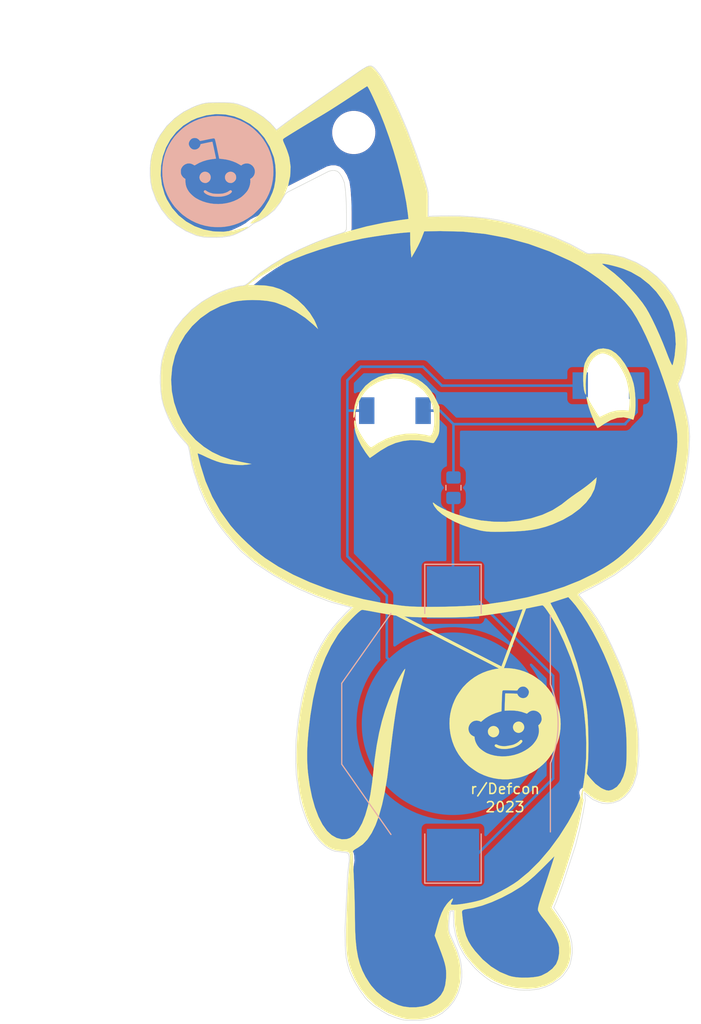
<source format=kicad_pcb>
(kicad_pcb (version 20211014) (generator pcbnew)
  (layers (0 "F.Cu" signal) (31 "B.Cu" signal) (34 "B.Paste" user) (35 "F.Paste" user) (36 "B.SilkS" user "B.Silkscreen") (37 "F.SilkS" user "F.Silkscreen") (38 "B.Mask" user) (39 "F.Mask" user) (44 "Edge.Cuts" user))
  (net 0 "")
  (net 1 "Net-(BT1-Pad2)")
  (net 2 "Net-(BT1-Pad1)")
  (net 3 "Net-(D1-Pad2)")
  (footprint "reddit:reddit_silkscreen" (layer "F.Cu") (at 143.51 100.2665)
    (fp_text reference "G***" hide)
    (fp_text value "LOGO" hide)
  )
  (footprint "MountingHole:MountingHole_3.2mm_M3_ISO14580" (layer "F.Cu") (at 135.1026 59.182)
    (fp_text reference "REF**" hide)
    (fp_text value "MountingHole_3.2mm_M3_ISO14580" hide)
  )
  (footprint "reddit:reddit_logo_silkscreen" (layer "F.Cu") (at 149.86 116.84 10)
    (fp_text reference "G***" hide)
    (fp_text value "LOGO" hide)
  )
  (footprint "Battery:BatteryHolder_Keystone_3002_1x2032" (layer "B.Cu") (at 144.78 116.84 90)
    (fp_text reference "BT1" hide)
    (fp_text value "Battery_Cell")
  )
  (footprint "reddit:LED_PLCC-2_Reverse-Mount" (layer "B.Cu") (at 139.1172 86.3092)
    (fp_text reference "D2" hide)
    (fp_text value "LED")
  )
  (footprint "reddit:LED_PLCC-2_Reverse-Mount" (layer "B.Cu") (at 159.9424 83.8708)
    (fp_text reference "D1" hide)
    (fp_text value "LED")
  )
  (footprint "Resistor_SMD:R_0805_2012Metric_Pad1.20x1.40mm_HandSolder" (layer "B.Cu") (at 144.825 93.825 90)
    (fp_text reference "R1" hide)
    (fp_text value "R")
  )
  (footprint "reddit:reddit_logo_silkscreen" (layer "B.Cu") (at 121.8438 62.992 180)
    (fp_text reference "G***" hide)
    (fp_text value "LOGO" hide)
  )
  (gr_line (start 139.1158 106.0704) (end 149.5806 111.4552) (layer "F.SilkS") (width 0.3))
  (gr_line (start 149.606 111.4044) (end 151.892 105.2322) (layer "F.SilkS") (width 0.3))
  (gr_line (start 157.607 123.571) (end 157.6578 123.7488) (layer "Edge.Cuts") (width 0.05))
  (gr_line (start 145.034 137.4648) (end 145.3134 138.3538) (layer "Edge.Cuts") (width 0.05))
  (gr_line (start 136.7028 52.6796) (end 136.5504 52.705) (layer "Edge.Cuts") (width 0.05))
  (gr_line (start 128.4224 65.2018) (end 128.6002 65.024) (layer "Edge.Cuts") (width 0.05))
  (gr_line (start 134.366 68.6562) (end 134.3914 68.4784) (layer "Edge.Cuts") (width 0.05))
  (gr_line (start 134.2644 68.834) (end 134.0866 68.9356) (layer "Edge.Cuts") (width 0.05))
  (gr_line (start 141.224 61.341) (end 140.9192 60.5282) (layer "Edge.Cuts") (width 0.05))
  (gr_line (start 144.5514 144.2974) (end 144.2974 144.5768) (layer "Edge.Cuts") (width 0.05))
  (gr_line (start 120.3198 56.388) (end 120.6754 56.3118) (layer "Edge.Cuts") (width 0.05))
  (gr_line (start 144.2974 144.5768) (end 144.0688 144.78) (layer "Edge.Cuts") (width 0.05))
  (gr_line (start 128.3716 58.3184) (end 128.7526 58.039) (layer "Edge.Cuts") (width 0.05))
  (gr_line (start 130.3528 103.9622) (end 129.794 103.7336) (layer "Edge.Cuts") (width 0.05))
  (gr_line (start 129.8956 124.4854) (end 129.794 123.825) (layer "Edge.Cuts") (width 0.05))
  (gr_line (start 144.3736 136.5504) (end 144.399 136.0932) (layer "Edge.Cuts") (width 0.05))
  (gr_line (start 130.0226 114.3762) (end 130.3274 113.1824) (layer "Edge.Cuts") (width 0.05))
  (gr_line (start 134.62 129.6416) (end 134.5692 129.5146) (layer "Edge.Cuts") (width 0.05))
  (gr_line (start 144.7546 144.0434) (end 144.5514 144.2974) (layer "Edge.Cuts") (width 0.05))
  (gr_line (start 163.703 72.4662) (end 164.6682 73.2282) (layer "Edge.Cuts") (width 0.05))
  (gr_line (start 117.221 67.7164) (end 117.0178 67.5386) (layer "Edge.Cuts") (width 0.05))
  (gr_line (start 162.7378 121.7676) (end 162.4838 122.5042) (layer "Edge.Cuts") (width 0.05))
  (gr_line (start 115.5192 61.0108) (end 115.7478 60.325) (layer "Edge.Cuts") (width 0.05))
  (gr_line (start 142.2908 64.6684) (end 142.1892 64.3636) (layer "Edge.Cuts") (width 0.05))
  (gr_line (start 160.401 124.5616) (end 159.8422 124.6378) (layer "Edge.Cuts") (width 0.05))
  (gr_line (start 136.4996 143.8656) (end 136.1948 143.5354) (layer "Edge.Cuts") (width 0.05))
  (gr_line (start 120.7262 75.438) (end 121.3866 75.057) (layer "Edge.Cuts") (width 0.05))
  (gr_line (start 137.8712 144.8816) (end 137.4648 144.6022) (layer "Edge.Cuts") (width 0.05))
  (gr_line (start 121.666 56.261) (end 122.555 56.261) (layer "Edge.Cuts") (width 0.05))
  (gr_line (start 154.6098 134.7724) (end 155.4226 135.9916) (layer "Edge.Cuts") (width 0.05))
  (gr_line (start 166.2176 96.139) (end 165.5826 97.3582) (layer "Edge.Cuts") (width 0.05))
  (gr_line (start 128.4732 71.2724) (end 129.5146 70.739) (layer "Edge.Cuts") (width 0.05))
  (gr_line (start 124.8918 100.6856) (end 124.1552 100.076) (layer "Edge.Cuts") (width 0.05))
  (gr_line (start 118.4148 77.3684) (end 118.872 76.9112) (layer "Edge.Cuts") (width 0.05))
  (gr_line (start 129.7178 57.3532) (end 130.3782 56.896) (layer "Edge.Cuts") (width 0.05))
  (gr_line (start 129.794 115.7224) (end 130.0226 114.3762) (layer "Edge.Cuts") (width 0.05))
  (gr_line (start 140.335 145.7706) (end 139.9032 145.7198) (layer "Edge.Cuts") (width 0.05))
  (gr_line (start 119.7102 92.8878) (end 119.5324 92.3798) (layer "Edge.Cuts") (width 0.05))
  (gr_line (start 121.9708 74.7776) (end 122.682 74.4982) (layer "Edge.Cuts") (width 0.05))
  (gr_line (start 144.399 136.0932) (end 144.4752 135.4836) (layer "Edge.Cuts") (width 0.05))
  (gr_line (start 136.7536 144.0942) (end 136.4996 143.8656) (layer "Edge.Cuts") (width 0.05))
  (gr_line (start 120.6754 56.3118) (end 120.9294 56.2864) (layer "Edge.Cuts") (width 0.05))
  (gr_line (start 134.5692 129.5146) (end 134.493 129.4384) (layer "Edge.Cuts") (width 0.05))
  (gr_line (start 155.194 141.7066) (end 154.813 141.9606) (layer "Edge.Cuts") (width 0.05))
  (gr_line (start 119.8372 56.5404) (end 120.3198 56.388) (layer "Edge.Cuts") (width 0.05))
  (gr_line (start 162.7378 100.6348) (end 161.8742 101.3714) (layer "Edge.Cuts") (width 0.05))
  (gr_line (start 147.4216 67.4624) (end 146.177 67.3608) (layer "Edge.Cuts") (width 0.05))
  (gr_line (start 167.4368 81.788) (end 167.259 82.5246) (layer "Edge.Cuts") (width 0.05))
  (gr_line (start 132.9182 69.3166) (end 133.604 69.088) (layer "Edge.Cuts") (width 0.05))
  (gr_line (start 125.5522 67.945) (end 125.9586 67.7672) (layer "Edge.Cuts") (width 0.05))
  (gr_line (start 166.8018 76.0984) (end 167.259 77.2668) (layer "Edge.Cuts") (width 0.05))
  (gr_line (start 167.386 93.1164) (end 166.751 95.123) (layer "Edge.Cuts") (width 0.05))
  (gr_line (start 157.6578 123.7488) (end 157.6832 124.333) (layer "Edge.Cuts") (width 0.05))
  (gr_line (start 156.4132 139.2174) (end 156.337 139.7254) (layer "Edge.Cuts") (width 0.05))
  (gr_line (start 157.7086 70.8914) (end 157.8356 70.9422) (layer "Edge.Cuts") (width 0.05))
  (gr_line (start 115.2398 63.3984) (end 115.2398 62.6364) (layer "Edge.Cuts") (width 0.05))
  (gr_line (start 145.415 142.748) (end 145.288 143.1036) (layer "Edge.Cuts") (width 0.05))
  (gr_line (start 140.4874 59.3852) (end 140.2842 58.8518) (layer "Edge.Cuts") (width 0.05))
  (gr_line (start 129.4384 119.6848) (end 129.4638 118.491) (layer "Edge.Cuts") (width 0.05))
  (gr_line (start 144.6022 137.5918) (end 144.4498 137.2362) (layer "Edge.Cuts") (width 0.05))
  (gr_line (start 159.004 124.4854) (end 158.4198 124.2314) (layer "Edge.Cuts") (width 0.05))
  (gr_line (start 115.2906 64.0334) (end 115.2398 63.3984) (layer "Edge.Cuts") (width 0.05))
  (gr_line (start 156.337 139.7254) (end 156.21 140.2842) (layer "Edge.Cuts") (width 0.05))
  (gr_line (start 125.2728 68.0974) (end 125.5522 67.945) (layer "Edge.Cuts") (width 0.05))
  (gr_line (start 116.7892 80.0608) (end 116.9416 79.7052) (layer "Edge.Cuts") (width 0.05))
  (gr_line (start 155.4734 132.5372) (end 154.8638 134.1882) (layer "Edge.Cuts") (width 0.05))
  (gr_line (start 132.2832 69.5452) (end 132.9182 69.3166) (layer "Edge.Cuts") (width 0.05))
  (gr_line (start 122.9868 69.2912) (end 122.3264 69.3928) (layer "Edge.Cuts") (width 0.05))
  (gr_line (start 137.0584 144.3482) (end 136.7536 144.0942) (layer "Edge.Cuts") (width 0.05))
  (gr_line (start 151.7396 142.8242) (end 151.1554 142.7988) (layer "Edge.Cuts") (width 0.05))
  (gr_line (start 131.318 104.394) (end 130.8608 104.1908) (layer "Edge.Cuts") (width 0.05))
  (gr_line (start 156.1846 70.0532) (end 157.5054 70.7644) (layer "Edge.Cuts") (width 0.05))
  (gr_line (start 118.5164 57.1754) (end 119.3038 56.769) (layer "Edge.Cuts") (width 0.05))
  (gr_line (start 129.667 116.4844) (end 129.794 115.7224) (layer "Edge.Cuts") (width 0.05))
  (gr_line (start 140.9192 60.5282) (end 140.4874 59.3852) (layer "Edge.Cuts") (width 0.05))
  (gr_line (start 115.7478 60.325) (end 116.0018 59.817) (layer "Edge.Cuts") (width 0.05))
  (gr_line (start 125.9586 67.7672) (end 126.6698 67.31) (layer "Edge.Cuts") (width 0.05))
  (gr_line (start 129.794 123.825) (end 129.667 123.1138) (layer "Edge.Cuts") (width 0.05))
  (gr_line (start 155.4988 141.4272) (end 155.194 141.7066) (layer "Edge.Cuts") (width 0.05))
  (gr_line (start 134.9248 141.478) (end 134.7216 141.0208) (layer "Edge.Cuts") (width 0.05))
  (gr_line (start 167.5384 78.486) (end 167.64 79.4004) (layer "Edge.Cuts") (width 0.05))
  (gr_line (start 166.116 74.8792) (end 166.243 75.057) (layer "Edge.Cuts") (width 0.05))
  (gr_line (start 134.1882 64.0842) (end 133.985 63.5762) (layer "Edge.Cuts") (width 0.05))
  (gr_line (start 134.3914 68.4784) (end 134.3914 66.9544) (layer "Edge.Cuts") (width 0.05))
  (gr_line (start 124.7394 56.769) (end 125.3744 57.0992) (layer "Edge.Cuts") (width 0.05))
  (gr_line (start 159.2072 70.9676) (end 159.9692 71.0438) (layer "Edge.Cuts") (width 0.05))
  (gr_line (start 144.5006 135.2296) (end 144.526 135.1534) (layer "Edge.Cuts") (width 0.05))
  (gr_line (start 122.682 74.4982) (end 123.19 74.3458) (layer "Edge.Cuts") (width 0.05))
  (gr_line (start 145.5928 140.462) (end 145.6436 140.97) (layer "Edge.Cuts") (width 0.05))
  (gr_line (start 157.099 104.2416) (end 157.099 104.267) (layer "Edge.Cuts") (width 0.05))
  (gr_line (start 157.2768 104.1146) (end 157.099 104.2416) (layer "Edge.Cuts") (width 0.05))
  (gr_line (start 132.588 128.9812) (end 132.3086 128.778) (layer "Edge.Cuts") (width 0.05))
  (gr_line (start 134.2644 138.4554) (end 134.2644 137.8712) (layer "Edge.Cuts") (width 0.05))
  (gr_line (start 144.8308 135.9916) (end 144.8562 136.5504) (layer "Edge.Cuts") (width 0.05))
  (gr_line (start 160.5788 71.1454) (end 161.417 71.3486) (layer "Edge.Cuts") (width 0.05))
  (gr_line (start 124.1552 100.076) (end 123.698 99.5934) (layer "Edge.Cuts") (width 0.05))
  (gr_line (start 125.5268 101.219) (end 124.8918 100.6856) (layer "Edge.Cuts") (width 0.05))
  (gr_line (start 129.5654 117.3988) (end 129.667 116.4844) (layer "Edge.Cuts") (width 0.05))
  (gr_line (start 115.3414 64.262) (end 115.2906 64.0334) (layer "Edge.Cuts") (width 0.05))
  (gr_line (start 156.083 140.589) (end 155.8544 140.9446) (layer "Edge.Cuts") (width 0.05))
  (gr_line (start 125.5268 57.1754) (end 126.2126 57.6326) (layer "Edge.Cuts") (width 0.05))
  (gr_line (start 123.9266 74.168) (end 124.3076 74.1172) (layer "Edge.Cuts") (width 0.05))
  (gr_line (start 119.0752 90.2716) (end 118.9736 89.8398) (layer "Edge.Cuts") (width 0.05))
  (gr_line (start 132.6642 62.9666) (end 132.969 62.8904) (layer "Edge.Cuts") (width 0.05))
  (gr_line (start 144.5514 135.128) (end 144.6276 135.1026) (layer "Edge.Cuts") (width 0.05))
  (gr_line (start 118.2116 88.9) (end 117.9322 88.5444) (layer "Edge.Cuts") (width 0.05))
  (gr_line (start 123.19 74.3458) (end 123.5456 74.2442) (layer "Edge.Cuts") (width 0.05))
  (gr_line (start 116.5352 85.7504) (end 116.3828 85.1408) (layer "Edge.Cuts") (width 0.05))
  (gr_line (start 129.5146 70.739) (end 129.8702 70.5612) (layer "Edge.Cuts") (width 0.05))
  (gr_line (start 141.9098 63.3984) (end 141.6304 62.5602) (layer "Edge.Cuts") (width 0.05))
  (gr_line (start 121.3866 75.057) (end 121.9708 74.7776) (layer "Edge.Cuts") (width 0.05))
  (gr_line (start 130.8608 104.1908) (end 130.3528 103.9622) (layer "Edge.Cuts") (width 0.05))
  (gr_line (start 149.3266 67.7418) (end 150.9014 68.1228) (layer "Edge.Cuts") (width 0.05))
  (gr_line (start 129.8702 70.5612) (end 130.8608 70.1294) (layer "Edge.Cuts") (width 0.05))
  (gr_line (start 145.288 139.2174) (end 145.2118 138.9634) (layer "Edge.Cuts") (width 0.05))
  (gr_line (start 138.8364 55.6514) (end 138.4046 54.8132) (layer "Edge.Cuts") (width 0.05))
  (gr_line (start 116.2812 82.169) (end 116.3574 81.4578) (layer "Edge.Cuts") (width 0.05))
  (gr_line (start 120.9548 95.9104) (end 120.5992 95.2246) (layer "Edge.Cuts") (width 0.05))
  (gr_line (start 162.8394 117.3988) (end 162.8902 118.3386) (layer "Edge.Cuts") (width 0.05))
  (gr_line (start 139.1412 145.4912) (end 138.4808 145.2372) (layer "Edge.Cuts") (width 0.05))
  (gr_line (start 133.604 69.088) (end 134.0866 68.9356) (layer "Edge.Cuts") (width 0.05))
  (gr_line (start 148.209 141.7574) (end 147.828 141.478) (layer "Edge.Cuts") (width 0.05))
  (gr_line (start 167.6146 80.2132) (end 167.5638 80.8228) (layer "Edge.Cuts") (width 0.05))
  (gr_line (start 145.1356 143.4338) (end 144.907 143.8402) (layer "Edge.Cuts") (width 0.05))
  (gr_line (start 129.2098 57.7088) (end 129.7178 57.3532) (layer "Edge.Cuts") (width 0.05))
  (gr_line (start 165.5826 97.3582) (end 164.8206 98.3488) (layer "Edge.Cuts") (width 0.05))
  (gr_line (start 161.1376 111.2012) (end 161.5694 112.3442) (layer "Edge.Cuts") (width 0.05))
  (gr_line (start 118.9736 89.8398) (end 118.8974 89.662) (layer "Edge.Cuts") (width 0.05))
  (gr_line (start 142.3924 67.3608) (end 142.3924 65.4304) (layer "Edge.Cuts") (width 0.05))
  (gr_line (start 116.2304 59.4106) (end 116.6114 58.9026) (layer "Edge.Cuts") (width 0.05))
  (gr_line (start 131.5212 127.9906) (end 131.2672 127.6604) (layer "Edge.Cuts") (width 0.05))
  (gr_line (start 156.3624 138.1252) (end 156.4132 138.7094) (layer "Edge.Cuts") (width 0.05))
  (gr_line (start 146.9644 140.716) (end 146.685 140.4112) (layer "Edge.Cuts") (width 0.05))
  (gr_line (start 116.6114 58.9026) (end 116.8654 58.547) (layer "Edge.Cuts") (width 0.05))
  (gr_line (start 116.2304 82.9056) (end 116.2812 82.169) (layer "Edge.Cuts") (width 0.05))
  (gr_line (start 137.7188 53.6194) (end 137.2616 53.0352) (layer "Edge.Cuts") (width 0.05))
  (gr_line (start 146.3802 140.0302) (end 146.05 139.6492) (layer "Edge.Cuts") (width 0.05))
  (gr_line (start 127.1524 72.0598) (end 128.4732 71.2724) (layer "Edge.Cuts") (width 0.05))
  (gr_line (start 142.3924 65.4304) (end 142.367 65.0494) (layer "Edge.Cuts") (width 0.05))
  (gr_line (start 155.4226 135.9916) (end 155.829 136.6266) (layer "Edge.Cuts") (width 0.05))
  (gr_line (start 162.9156 119.9896) (end 162.7378 121.7676) (layer "Edge.Cuts") (width 0.05))
  (gr_line (start 153.2382 68.834) (end 154.7622 69.4182) (layer "Edge.Cuts") (width 0.05))
  (gr_line (start 126.7968 58.1152) (end 126.9238 58.2168) (layer "Edge.Cuts") (width 0.05))
  (gr_line (start 156.2354 137.6172) (end 156.3624 138.1252) (layer "Edge.Cuts") (width 0.05))
  (gr_line (start 135.509 53.3146) (end 135.6868 53.1876) (layer "Edge.Cuts") (width 0.05))
  (gr_line (start 124.333 68.7324) (end 123.698 69.0372) (layer "Edge.Cuts") (width 0.05))
  (gr_line (start 131.7244 128.2446) (end 131.5212 127.9906) (layer "Edge.Cuts") (width 0.05))
  (gr_line (start 133.2484 62.8904) (end 133.5024 62.9666) (layer "Edge.Cuts") (width 0.05))
  (gr_line (start 134.1374 129.3876) (end 133.604 129.3114) (layer "Edge.Cuts") (width 0.05))
  (gr_line (start 162.2806 114.6302) (end 162.6362 116.2558) (layer "Edge.Cuts") (width 0.05))
  (gr_line (start 120.269 75.7174) (end 120.7262 75.438) (layer "Edge.Cuts") (width 0.05))
  (gr_line (start 118.11 57.4548) (end 118.5164 57.1754) (layer "Edge.Cuts") (width 0.05))
  (gr_line (start 123.698 99.5934) (end 123.317 99.1616) (layer "Edge.Cuts") (width 0.05))
  (gr_line (start 137.2616 53.0352) (end 137.1092 52.8828) (layer "Edge.Cuts") (width 0.05))
  (gr_line (start 126.2888 57.6834) (end 126.7968 58.1152) (layer "Edge.Cuts") (width 0.05))
  (gr_line (start 166.7764 83.6676) (end 167.1574 85.0646) (layer "Edge.Cuts") (width 0.05))
  (gr_line (start 128.7526 58.039) (end 129.2098 57.7088) (layer "Edge.Cuts") (width 0.05))
  (gr_line (start 135.8138 143.002) (end 135.6106 142.6972) (layer "Edge.Cuts") (width 0.05))
  (gr_line (start 156.083 137.1346) (end 156.2354 137.6172) (layer "Edge.Cuts") (width 0.05))
  (gr_line (start 159.4104 124.6124) (end 159.004 124.4854) (layer "Edge.Cuts") (width 0.05))
  (gr_line (start 159.8422 124.6378) (end 159.4104 124.6124) (layer "Edge.Cuts") (width 0.05))
  (gr_line (start 123.5456 74.2442) (end 123.9266 74.168) (layer "Edge.Cuts") (width 0.05))
  (gr_line (start 133.604 54.6354) (end 134.2644 54.1782) (layer "Edge.Cuts") (width 0.05))
  (gr_line (start 130.683 126.6952) (end 130.429 126.0856) (layer "Edge.Cuts") (width 0.05))
  (gr_line (start 121.7422 97.1804) (end 121.3866 96.5962) (layer "Edge.Cuts") (width 0.05))
  (gr_line (start 149.987 142.5702) (end 149.5806 142.4432) (layer "Edge.Cuts") (width 0.05))
  (gr_line (start 144.399 136.9568) (end 144.3736 136.5504) (layer "Edge.Cuts") (width 0.05))
  (gr_line (start 125.3744 57.0992) (end 125.5268 57.1754) (layer "Edge.Cuts") (width 0.05))
  (gr_line (start 147.3962 141.1224) (end 146.9644 140.716) (layer "Edge.Cuts") (width 0.05))
  (gr_line (start 158.0388 70.993) (end 158.5214 70.9676) (layer "Edge.Cuts") (width 0.05))
  (gr_line (start 148.5392 141.986) (end 148.209 141.7574) (layer "Edge.Cuts") (width 0.05))
  (gr_line (start 145.5166 138.7602) (end 145.3134 138.3538) (layer "Edge.Cuts") (width 0.05))
  (gr_line (start 117.1448 79.248) (end 117.221 79.121) (layer "Edge.Cuts") (width 0.05))
  (gr_line (start 121.7168 69.4182) (end 120.9294 69.4182) (layer "Edge.Cuts") (width 0.05))
  (gr_line (start 144.8562 136.5504) (end 145.034 137.4648) (layer "Edge.Cuts") (width 0.05))
  (gr_line (start 134.493 129.4384) (end 134.366 129.413) (layer "Edge.Cuts") (width 0.05))
  (gr_line (start 134.2898 64.7954) (end 134.1882 64.0842) (layer "Edge.Cuts") (width 0.05))
  (gr_line (start 115.2906 61.976) (end 115.3922 61.3918) (layer "Edge.Cuts") (width 0.05))
  (gr_line (start 134.3152 139.2682) (end 134.2644 138.4554) (layer "Edge.Cuts") (width 0.05))
  (gr_line (start 158.1404 105.5878) (end 158.8262 106.553) (layer "Edge.Cuts") (width 0.05))
  (gr_line (start 134.2644 54.1782) (end 135.1026 53.594) (layer "Edge.Cuts") (width 0.05))
  (gr_line (start 142.0622 63.881) (end 141.9098 63.3984) (layer "Edge.Cuts") (width 0.05))
  (gr_line (start 123.317 99.1616) (end 122.682 98.425) (layer "Edge.Cuts") (width 0.05))
  (gr_line (start 116.9416 79.7052) (end 117.1448 79.248) (layer "Edge.Cuts") (width 0.05))
  (gr_line (start 135.1534 141.9352) (end 134.9248 141.478) (layer "Edge.Cuts") (width 0.05))
  (gr_line (start 145.5166 139.9794) (end 145.5928 140.462) (layer "Edge.Cuts") (width 0.05))
  (gr_line (start 118.7196 68.7832) (end 118.1608 68.4276) (layer "Edge.Cuts") (width 0.05))
  (gr_line (start 144.4498 137.2362) (end 144.399 136.9568) (layer "Edge.Cuts") (width 0.05))
  (gr_line (start 157.8356 70.9422) (end 158.0388 70.993) (layer "Edge.Cuts") (width 0.05))
  (gr_line (start 133.5024 62.9666) (end 133.731 63.1698) (layer "Edge.Cuts") (width 0.05))
  (gr_line (start 160.5534 102.3366) (end 159.2326 103.0986) (layer "Edge.Cuts") (width 0.05))
  (gr_line (start 166.9542 83.3628) (end 166.7764 83.6676) (layer "Edge.Cuts") (width 0.05))
  (gr_line (start 151.1554 142.7988) (end 150.5712 142.6972) (layer "Edge.Cuts") (width 0.05))
  (gr_line (start 120.9294 56.2864) (end 121.666 56.261) (layer "Edge.Cuts") (width 0.05))
  (gr_line (start 147.828 141.478) (end 147.3962 141.1224) (layer "Edge.Cuts") (width 0.05))
  (gr_line (start 148.336 67.564) (end 149.3266 67.7418) (layer "Edge.Cuts") (width 0.05))
  (gr_line (start 117.8306 78.1304) (end 118.4148 77.3684) (layer "Edge.Cuts") (width 0.05))
  (gr_line (start 116.586 80.645) (end 116.7892 80.0608) (layer "Edge.Cuts") (width 0.05))
  (gr_line (start 145.288 139.2174) (end 145.415 139.5984) (layer "Edge.Cuts") (width 0.05))
  (gr_line (start 143.0528 145.4404) (end 142.748 145.542) (layer "Edge.Cuts") (width 0.05))
  (gr_line (start 135.6106 142.6972) (end 135.3312 142.24) (layer "Edge.Cuts") (width 0.05))
  (gr_line (start 134.366 139.7) (end 134.3152 139.2682) (layer "Edge.Cuts") (width 0.05))
  (gr_line (start 162.3568 122.8598) (end 162.0266 123.4186) (layer "Edge.Cuts") (width 0.05))
  (gr_line (start 117.6274 88.138) (end 117.4496 87.8586) (layer "Edge.Cuts") (width 0.05))
  (gr_line (start 117.8306 68.2244) (end 117.221 67.7164) (layer "Edge.Cuts") (width 0.05))
  (gr_line (start 134.3914 66.9544) (end 134.366 65.913) (layer "Edge.Cuts") (width 0.05))
  (gr_line (start 158.5214 70.9676) (end 159.2072 70.9676) (layer "Edge.Cuts") (width 0.05))
  (gr_line (start 145.6436 140.97) (end 145.6436 141.5542) (layer "Edge.Cuts") (width 0.05))
  (gr_line (start 128.2192 65.532) (end 128.4224 65.2018) (layer "Edge.Cuts") (width 0.05))
  (gr_line (start 144.907 143.8402) (end 144.7546 144.0434) (layer "Edge.Cuts") (width 0.05))
  (gr_line (start 145.4912 142.4686) (end 145.415 142.748) (layer "Edge.Cuts") (width 0.05))
  (gr_line (start 118.4402 89.154) (end 118.2116 88.9) (layer "Edge.Cuts") (width 0.05))
  (gr_line (start 138.4046 54.8132) (end 138.0998 54.2544) (layer "Edge.Cuts") (width 0.05))
  (gr_line (start 132.588 104.8766) (end 131.9276 104.6226) (layer "Edge.Cuts") (width 0.05))
  (gr_line (start 129.667 123.1138) (end 129.4892 121.8184) (layer "Edge.Cuts") (width 0.05))
  (gr_line (start 149.225 142.2908) (end 148.5392 141.986) (layer "Edge.Cuts") (width 0.05))
  (gr_line (start 160.909 110.6678) (end 161.1376 111.2012) (layer "Edge.Cuts") (width 0.05))
  (gr_line (start 135.3312 142.24) (end 135.1534 141.9352) (layer "Edge.Cuts") (width 0.05))
  (gr_line (start 167.8178 87.8586) (end 167.8686 88.8492) (layer "Edge.Cuts") (width 0.05))
  (gr_line (start 134.874 105.5116) (end 133.35 105.1052) (layer "Edge.Cuts") (width 0.05))
  (gr_line (start 116.7384 86.3346) (end 116.5352 85.7504) (layer "Edge.Cuts") (width 0.05))
  (gr_line (start 167.5638 80.8228) (end 167.4368 81.788) (layer "Edge.Cuts") (width 0.05))
  (gr_line (start 138.0998 54.2544) (end 137.7188 53.6194) (layer "Edge.Cuts") (width 0.05))
  (gr_line (start 142.1892 64.3636) (end 142.0622 63.881) (layer "Edge.Cuts") (width 0.05))
  (gr_line (start 117.221 79.121) (end 117.7036 78.2828) (layer "Edge.Cuts") (width 0.05))
  (gr_line (start 136.9568 52.7558) (end 136.8298 52.705) (layer "Edge.Cuts") (width 0.05))
  (gr_line (start 131.9022 109.1692) (end 132.4356 108.2802) (layer "Edge.Cuts") (width 0.05))
  (gr_line (start 117.2972 58.1406) (end 117.6274 57.8104) (layer "Edge.Cuts") (width 0.05))
  (gr_line (start 152.2222 142.8242) (end 151.7396 142.8242) (layer "Edge.Cuts") (width 0.05))
  (gr_line (start 145.5928 142.0876) (end 145.4912 142.4686) (layer "Edge.Cuts") (width 0.05))
  (gr_line (start 127.8128 66.167) (end 127.9652 65.9638) (layer "Edge.Cuts") (width 0.05))
  (gr_line (start 142.748 145.542) (end 142.2908 145.669) (layer "Edge.Cuts") (width 0.05))
  (gr_line (start 158.4198 124.2314) (end 157.8864 123.825) (layer "Edge.Cuts") (width 0.05))
  (gr_line (start 155.829 136.6266) (end 156.083 137.1346) (layer "Edge.Cuts") (width 0.05))
  (gr_line (start 141.9606 145.7198) (end 141.4272 145.7706) (layer "Edge.Cuts") (width 0.05))
  (gr_line (start 139.8778 57.912) (end 139.4968 57.023) (layer "Edge.Cuts") (width 0.05))
  (gr_line (start 138.4808 145.2372) (end 137.8712 144.8816) (layer "Edge.Cuts") (width 0.05))
  (gr_line (start 135.6868 53.1876) (end 135.9662 53.0098) (layer "Edge.Cuts") (width 0.05))
  (gr_line (start 132.9944 129.1844) (end 132.588 128.9812) (layer "Edge.Cuts") (width 0.05))
  (gr_line (start 149.5806 142.4432) (end 149.225 142.2908) (layer "Edge.Cuts") (width 0.05))
  (gr_line (start 127.2286 58.547) (end 127.5588 58.928) (layer "Edge.Cuts") (width 0.05))
  (gr_line (start 130.3782 56.896) (end 131.1656 56.3372) (layer "Edge.Cuts") (width 0.05))
  (gr_line (start 130.1496 125.2982) (end 129.8956 124.4854) (layer "Edge.Cuts") (width 0.05))
  (gr_line (start 140.2842 58.8518) (end 139.8778 57.912) (layer "Edge.Cuts") (width 0.05))
  (gr_line (start 132.969 105.0036) (end 132.588 104.8766) (layer "Edge.Cuts") (width 0.05))
  (gr_line (start 127.9652 65.9638) (end 128.2192 65.532) (layer "Edge.Cuts") (width 0.05))
  (gr_line (start 164.6682 73.2282) (end 165.481 74.041) (layer "Edge.Cuts") (width 0.05))
  (gr_line (start 142.2908 145.669) (end 141.9606 145.7198) (layer "Edge.Cuts") (width 0.05))
  (gr_line (start 117.0178 67.5386) (end 116.3574 66.7004) (layer "Edge.Cuts") (width 0.05))
  (gr_line (start 157.6832 124.333) (end 157.48 125.5014) (layer "Edge.Cuts") (width 0.05))
  (gr_line (start 133.096 107.4166) (end 133.6294 106.7816) (layer "Edge.Cuts") (width 0.05))
  (gr_line (start 129.4384 120.7262) (end 129.4384 119.6848) (layer "Edge.Cuts") (width 0.05))
  (gr_line (start 157.1244 104.3432) (end 157.2768 104.521) (layer "Edge.Cuts") (width 0.05))
  (gr_line (start 162.0266 123.4186) (end 161.5694 123.952) (layer "Edge.Cuts") (width 0.05))
  (gr_line (start 157.2768 104.521) (end 158.1404 105.5878) (layer "Edge.Cuts") (width 0.05))
  (gr_line (start 116.0018 59.817) (end 116.2304 59.4106) (layer "Edge.Cuts") (width 0.05))
  (gr_line (start 119.5324 92.3798) (end 119.3292 91.6432) (layer "Edge.Cuts") (width 0.05))
  (gr_line (start 126.6698 67.31) (end 127.381 66.7258) (layer "Edge.Cuts") (width 0.05))
  (gr_line (start 144.3736 67.31) (end 143.6116 67.31) (layer "Edge.Cuts") (width 0.05))
  (gr_line (start 136.1948 143.5354) (end 136.0424 143.3068) (layer "Edge.Cuts") (width 0.05))
  (gr_line (start 145.288 143.1036) (end 145.1356 143.4338) (layer "Edge.Cuts") (width 0.05))
  (gr_line (start 128.5748 103.0986) (end 127.6858 102.5906) (layer "Edge.Cuts") (width 0.05))
  (gr_line (start 129.2098 103.4288) (end 128.5748 103.0986) (layer "Edge.Cuts") (width 0.05))
  (gr_line (start 130.6322 112.0902) (end 130.937 111.2774) (layer "Edge.Cuts") (width 0.05))
  (gr_line (start 139.5222 145.6182) (end 139.1412 145.4912) (layer "Edge.Cuts") (width 0.05))
  (gr_line (start 119.3292 91.6432) (end 119.2022 91.0082) (layer "Edge.Cuts") (width 0.05))
  (gr_line (start 133.35 105.1052) (end 132.969 105.0036) (layer "Edge.Cuts") (width 0.05))
  (gr_line (start 141.6304 62.5602) (end 141.224 61.341) (layer "Edge.Cuts") (width 0.05))
  (gr_line (start 133.604 129.3114) (end 133.2992 129.286) (layer "Edge.Cuts") (width 0.05))
  (gr_line (start 119.3038 56.769) (end 119.8372 56.5404) (layer "Edge.Cuts") (width 0.05))
  (gr_line (start 158.8262 106.553) (end 159.4104 107.5182) (layer "Edge.Cuts") (width 0.05))
  (gr_line (start 162.6616 71.8566) (end 163.703 72.4662) (layer "Edge.Cuts") (width 0.05))
  (gr_line (start 145.7706 139.2174) (end 145.5166 138.7602) (layer "Edge.Cuts") (width 0.05))
  (gr_line (start 131.9276 104.6226) (end 131.318 104.394) (layer "Edge.Cuts") (width 0.05))
  (gr_line (start 115.4176 64.643) (end 115.3414 64.262) (layer "Edge.Cuts") (width 0.05))
  (gr_line (start 115.3922 61.3918) (end 115.5192 61.0108) (layer "Edge.Cuts") (width 0.05))
  (gr_line (start 133.2992 129.286) (end 132.9944 129.1844) (layer "Edge.Cuts") (width 0.05))
  (gr_line (start 134.493 140.335) (end 134.366 139.7) (layer "Edge.Cuts") (width 0.05))
  (gr_line (start 116.3828 85.1408) (end 116.2812 84.4042) (layer "Edge.Cuts") (width 0.05))
  (gr_line (start 167.259 77.2668) (end 167.3098 77.47) (layer "Edge.Cuts") (width 0.05))
  (gr_line (start 119.2022 91.0082) (end 119.0752 90.2716) (layer "Edge.Cuts") (width 0.05))
  (gr_line (start 143.4338 145.2372) (end 143.0528 145.4404) (layer "Edge.Cuts") (width 0.05))
  (gr_line (start 117.9322 88.5444) (end 117.6274 88.138) (layer "Edge.Cuts") (width 0.05))
  (gr_line (start 117.7036 78.2828) (end 117.8306 78.1304) (layer "Edge.Cuts") (width 0.05))
  (gr_line (start 124.8156 68.453) (end 125.2728 68.0974) (layer "Edge.Cuts") (width 0.05))
  (gr_line (start 167.1574 85.0646) (end 167.6654 86.9442) (layer "Edge.Cuts") (width 0.05))
  (gr_line (start 157.5054 70.7644) (end 157.7086 70.8914) (layer "Edge.Cuts") (width 0.05))
  (gr_line (start 124.5108 74.0664) (end 124.7394 73.914) (layer "Edge.Cuts") (width 0.05))
  (gr_line (start 127.6858 102.5906) (end 127.3048 102.3874) (layer "Edge.Cuts") (width 0.05))
  (gr_line (start 166.751 95.123) (end 166.2176 96.139) (layer "Edge.Cuts") (width 0.05))
  (gr_line (start 115.2398 62.6364) (end 115.2906 61.976) (layer "Edge.Cuts") (width 0.05))
  (gr_line (start 134.239 137.0076) (end 134.493 131.572) (layer "Edge.Cuts") (width 0.05))
  (gr_line (start 121.3866 96.5962) (end 120.9548 95.9104) (layer "Edge.Cuts") (width 0.05))
  (gr_line (start 127.3048 102.3874) (end 125.5268 101.219) (layer "Edge.Cuts") (width 0.05))
  (gr_line (start 130.429 126.0856) (end 130.1496 125.2982) (layer "Edge.Cuts") (width 0.05))
  (gr_line (start 144.4752 135.4836) (end 144.5006 135.2296) (layer "Edge.Cuts") (width 0.05))
  (gr_line (start 144.6276 135.1026) (end 144.8054 135.1026) (layer "Edge.Cuts") (width 0.05))
  (gr_line (start 159.9692 71.0438) (end 160.5788 71.1454) (layer "Edge.Cuts") (width 0.05))
  (gr_line (start 134.6708 130.175) (end 134.6454 129.7686) (layer "Edge.Cuts") (width 0.05))
  (gr_line (start 124.7394 73.914) (end 125.349 73.406) (layer "Edge.Cuts") (width 0.05))
  (gr_line (start 134.366 129.413) (end 134.1374 129.3876) (layer "Edge.Cuts") (width 0.05))
  (gr_line (start 142.367 65.0494) (end 142.2908 64.6684) (layer "Edge.Cuts") (width 0.05))
  (gr_line (start 144.8308 138.0998) (end 144.6022 137.5918) (layer "Edge.Cuts") (width 0.05))
  (gr_line (start 126.9238 58.2168) (end 127.2286 58.547) (layer "Edge.Cuts") (width 0.05))
  (gr_line (start 155.8544 140.9446) (end 155.4988 141.4272) (layer "Edge.Cuts") (width 0.05))
  (gr_line (start 122.3264 69.3928) (end 122.0216 69.4182) (layer "Edge.Cuts") (width 0.05))
  (gr_line (start 161.5694 112.3442) (end 161.7472 112.8014) (layer "Edge.Cuts") (width 0.05))
  (gr_line (start 144.8054 135.1026) (end 144.8308 135.9916) (layer "Edge.Cuts") (width 0.05))
  (gr_line (start 131.0894 70.0278) (end 131.3942 69.9008) (layer "Edge.Cuts") (width 0.05))
  (gr_line (start 139.4968 57.023) (end 138.8364 55.6514) (layer "Edge.Cuts") (width 0.05))
  (gr_line (start 123.7996 56.4134) (end 124.2822 56.5912) (layer "Edge.Cuts") (width 0.05))
  (gr_line (start 161.036 124.333) (end 160.401 124.5616) (layer "Edge.Cuts") (width 0.05))
  (gr_line (start 133.2738 54.864) (end 133.604 54.6354) (layer "Edge.Cuts") (width 0.05))
  (gr_line (start 146.685 140.4112) (end 146.3802 140.0302) (layer "Edge.Cuts") (width 0.05))
  (gr_line (start 156.1846 130.3782) (end 155.4734 132.5372) (layer "Edge.Cuts") (width 0.05))
  (gr_line (start 157.48 125.5014) (end 157.1498 127.1016) (layer "Edge.Cuts") (width 0.05))
  (gr_line (start 115.9002 65.8876) (end 115.824 65.7606) (layer "Edge.Cuts") (width 0.05))
  (gr_line (start 156.21 140.2842) (end 156.083 140.589) (layer "Edge.Cuts") (width 0.05))
  (gr_line (start 162.8902 118.3386) (end 162.9156 119.9896) (layer "Edge.Cuts") (width 0.05))
  (gr_line (start 131.3942 69.9008) (end 132.2832 69.5452) (layer "Edge.Cuts") (width 0.05))
  (gr_line (start 157.1498 127.1016) (end 156.7434 128.6764) (layer "Edge.Cuts") (width 0.05))
  (gr_line (start 134.366 68.6562) (end 134.2644 68.834) (layer "Edge.Cuts") (width 0.05))
  (gr_line (start 143.6116 67.31) (end 142.8242 67.3354) (layer "Edge.Cuts") (width 0.05))
  (gr_line (start 129.4892 121.8184) (end 129.4384 120.7262) (layer "Edge.Cuts") (width 0.05))
  (gr_line (start 128.6002 65.024) (end 132.6642 62.9666) (layer "Edge.Cuts") (width 0.05))
  (gr_line (start 154.8638 134.1882) (end 154.6098 134.7724) (layer "Edge.Cuts") (width 0.05))
  (gr_line (start 145.2118 138.9634) (end 144.8308 138.0998) (layer "Edge.Cuts") (width 0.05))
  (gr_line (start 126.2126 57.6326) (end 126.2888 57.6834) (layer "Edge.Cuts") (width 0.05))
  (gr_line (start 133.6294 106.7816) (end 134.366 105.9942) (layer "Edge.Cuts") (width 0.05))
  (gr_line (start 129.4638 118.491) (end 129.5654 117.3988) (layer "Edge.Cuts") (width 0.05))
  (gr_line (start 130.8608 70.1294) (end 131.0894 70.0278) (layer "Edge.Cuts") (width 0.05))
  (gr_line (start 167.259 82.5246) (end 166.9542 83.3628) (layer "Edge.Cuts") (width 0.05))
  (gr_line (start 120.0404 93.9292) (end 119.7102 92.8878) (layer "Edge.Cuts") (width 0.05))
  (gr_line (start 167.6146 91.948) (end 167.386 93.1164) (layer "Edge.Cuts") (width 0.05))
  (gr_line (start 117.0178 87.0204) (end 116.7384 86.3346) (layer "Edge.Cuts") (width 0.05))
  (gr_line (start 118.618 89.3572) (end 118.4402 89.154) (layer "Edge.Cuts") (width 0.05))
  (gr_line (start 150.9014 68.1228) (end 152.4762 68.58) (layer "Edge.Cuts") (width 0.05))
  (gr_line (start 124.333 68.7324) (end 124.8156 68.453) (layer "Edge.Cuts") (width 0.05))
  (gr_line (start 134.6454 129.7686) (end 134.62 129.6416) (layer "Edge.Cuts") (width 0.05))
  (gr_line (start 130.937 127.1524) (end 130.683 126.6952) (layer "Edge.Cuts") (width 0.05))
  (gr_line (start 146.05 139.6492) (end 145.7706 139.2174) (layer "Edge.Cuts") (width 0.05))
  (gr_line (start 125.9078 72.9234) (end 126.3396 72.6186) (layer "Edge.Cuts") (width 0.05))
  (gr_line (start 167.767 90.7796) (end 167.6146 91.948) (layer "Edge.Cuts") (width 0.05))
  (gr_line (start 143.7386 145.0594) (end 143.4338 145.2372) (layer "Edge.Cuts") (width 0.05))
  (gr_line (start 120.5992 95.2246) (end 120.0404 93.9292) (layer "Edge.Cuts") (width 0.05))
  (gr_line (start 118.1608 68.4276) (end 117.8306 68.2244) (layer "Edge.Cuts") (width 0.05))
  (gr_line (start 145.415 139.5984) (end 145.5166 139.9794) (layer "Edge.Cuts") (width 0.05))
  (gr_line (start 116.3574 81.4578) (end 116.586 80.645) (layer "Edge.Cuts") (width 0.05))
  (gr_line (start 164.8206 98.3488) (end 164.0078 99.3648) (layer "Edge.Cuts") (width 0.05))
  (gr_line (start 115.443 64.7192) (end 115.4176 64.643) (layer "Edge.Cuts") (width 0.05))
  (gr_line (start 132.4356 108.2802) (end 133.096 107.4166) (layer "Edge.Cuts") (width 0.05))
  (gr_line (start 150.5712 142.6972) (end 149.987 142.5702) (layer "Edge.Cuts") (width 0.05))
  (gr_line (start 144.526 135.1534) (end 144.5514 135.128) (layer "Edge.Cuts") (width 0.05))
  (gr_line (start 137.1092 52.8828) (end 136.9568 52.7558) (layer "Edge.Cuts") (width 0.05))
  (gr_line (start 167.3098 77.47) (end 167.5384 78.486) (layer "Edge.Cuts") (width 0.05))
  (gr_line (start 152.7302 142.7734) (end 152.2222 142.8242) (layer "Edge.Cuts") (width 0.05))
  (gr_line (start 161.8742 101.3714) (end 160.5534 102.3366) (layer "Edge.Cuts") (width 0.05))
  (gr_line (start 133.731 63.1698) (end 133.985 63.5762) (layer "Edge.Cuts") (width 0.05))
  (gr_line (start 156.7434 128.6764) (end 156.1846 130.3782) (layer "Edge.Cuts") (width 0.05))
  (gr_line (start 134.493 131.572) (end 134.62 130.5052) (layer "Edge.Cuts") (width 0.05))
  (gr_line (start 115.824 65.7606) (end 115.443 64.7192) (layer "Edge.Cuts") (width 0.05))
  (gr_line (start 167.8178 90.1192) (end 167.767 90.7796) (layer "Edge.Cuts") (width 0.05))
  (gr_line (start 157.8864 123.825) (end 157.607 123.571) (layer "Edge.Cuts") (width 0.05))
  (gr_line (start 116.3574 66.7004) (end 115.9002 65.8876) (layer "Edge.Cuts") (width 0.05))
  (gr_line (start 129.794 103.7336) (end 129.2098 103.4288) (layer "Edge.Cuts") (width 0.05))
  (gr_line (start 154.813 141.9606) (end 154.3558 142.2654) (layer "Edge.Cuts") (width 0.05))
  (gr_line (start 153.2128 142.6972) (end 152.7302 142.7734) (layer "Edge.Cuts") (width 0.05))
  (gr_line (start 145.6436 141.5542) (end 145.5928 142.0876) (layer "Edge.Cuts") (width 0.05))
  (gr_line (start 141.4272 145.7706) (end 140.843 145.7706) (layer "Edge.Cuts") (width 0.05))
  (gr_line (start 167.8686 88.8492) (end 167.8178 90.1192) (layer "Edge.Cuts") (width 0.05))
  (gr_line (start 164.0078 99.3648) (end 162.7378 100.6348) (layer "Edge.Cuts") (width 0.05))
  (gr_line (start 145.4404 67.31) (end 144.3736 67.31) (layer "Edge.Cuts") (width 0.05))
  (gr_line (start 167.64 79.4004) (end 167.6146 80.2132) (layer "Edge.Cuts") (width 0.05))
  (gr_line (start 159.4104 107.5182) (end 160.2486 109.22) (layer "Edge.Cuts") (width 0.05))
  (gr_line (start 135.9662 53.0098) (end 136.3472 52.7812) (layer "Edge.Cuts") (width 0.05))
  (gr_line (start 142.8242 67.3354) (end 142.3924 67.3608) (layer "Edge.Cuts") (width 0.05))
  (gr_line (start 122.682 98.425) (end 122.1232 97.7138) (layer "Edge.Cuts") (width 0.05))
  (gr_line (start 123.3678 56.3118) (end 123.7996 56.4134) (layer "Edge.Cuts") (width 0.05))
  (gr_line (start 139.9032 145.7198) (end 139.5222 145.6182) (layer "Edge.Cuts") (width 0.05))
  (gr_line (start 161.7472 112.8014) (end 162.2806 114.6302) (layer "Edge.Cuts") (width 0.05))
  (gr_line (start 122.1232 97.7138) (end 121.7422 97.1804) (layer "Edge.Cuts") (width 0.05))
  (gr_line (start 140.843 145.7706) (end 140.335 145.7706) (layer "Edge.Cuts") (width 0.05))
  (gr_line (start 118.7704 89.5096) (end 118.618 89.3572) (layer "Edge.Cuts") (width 0.05))
  (gr_line (start 127.5588 58.928) (end 128.0668 58.547) (layer "Edge.Cuts") (width 0.05))
  (gr_line (start 120.4976 69.3928) (end 119.761 69.2404) (layer "Edge.Cuts") (width 0.05))
  (gr_line (start 134.2644 137.8712) (end 134.239 137.0076) (layer "Edge.Cuts") (width 0.05))
  (gr_line (start 125.349 73.406) (end 125.9078 72.9234) (layer "Edge.Cuts") (width 0.05))
  (gr_line (start 158.3944 103.5558) (end 157.2768 104.1146) (layer "Edge.Cuts") (width 0.05))
  (gr_line (start 156.4132 138.7094) (end 156.4132 139.2174) (layer "Edge.Cuts") (width 0.05))
  (gr_line (start 134.366 105.9942) (end 134.874 105.5116) (layer "Edge.Cuts") (width 0.05))
  (gr_line (start 118.8974 89.662) (end 118.7704 89.5096) (layer "Edge.Cuts") (width 0.05))
  (gr_line (start 134.7216 141.0208) (end 134.493 140.335) (layer "Edge.Cuts") (width 0.05))
  (gr_line (start 162.6362 116.2558) (end 162.8394 117.3988) (layer "Edge.Cuts") (width 0.05))
  (gr_line (start 124.2822 56.5912) (end 124.7394 56.769) (layer "Edge.Cuts") (width 0.05))
  (gr_line (start 154.7622 69.4182) (end 156.1846 70.0532) (layer "Edge.Cuts") (width 0.05))
  (gr_line (start 126.3396 72.6186) (end 127.1524 72.0598) (layer "Edge.Cuts") (width 0.05))
  (gr_line (start 134.62 130.5052) (end 134.6708 130.175) (layer "Edge.Cuts") (width 0.05))
  (gr_line (start 136.0424 143.3068) (end 135.8138 143.002) (layer "Edge.Cuts") (width 0.05))
  (gr_line (start 136.3472 52.7812) (end 136.5504 52.705) (layer "Edge.Cuts") (width 0.05))
  (gr_line (start 134.366 65.913) (end 134.2898 64.7954) (layer "Edge.Cuts") (width 0.05))
  (gr_line (start 123.3424 69.1896) (end 122.9868 69.2912) (layer "Edge.Cuts") (width 0.05))
  (gr_line (start 147.4216 67.4624) (end 148.336 67.564) (layer "Edge.Cuts") (width 0.05))
  (gr_line (start 152.4762 68.58) (end 153.2382 68.834) (layer "Edge.Cuts") (width 0.05))
  (gr_line (start 165.481 74.041) (end 166.116 74.8792) (layer "Edge.Cuts") (width 0.05))
  (gr_line (start 122.555 56.261) (end 123.3678 56.3118) (layer "Edge.Cuts") (width 0.05))
  (gr_line (start 161.5694 123.952) (end 161.036 124.333) (layer "Edge.Cuts") (width 0.05))
  (gr_line (start 118.872 76.9112) (end 119.2784 76.4794) (layer "Edge.Cuts") (width 0.05))
  (gr_line (start 144.0688 144.78) (end 143.7386 145.0594) (layer "Edge.Cuts") (width 0.05))
  (gr_line (start 117.4496 87.8586) (end 117.0178 87.0204) (layer "Edge.Cuts") (width 0.05))
  (gr_line (start 116.2812 84.4042) (end 116.2304 83.566) (layer "Edge.Cuts") (width 0.05))
  (gr_line (start 153.8478 142.494) (end 153.2128 142.6972) (layer "Edge.Cuts") (width 0.05))
  (gr_line (start 132.969 62.8904) (end 133.2484 62.8904) (layer "Edge.Cuts") (width 0.05))
  (gr_line (start 123.698 69.0372) (end 123.3424 69.1896) (layer "Edge.Cuts") (width 0.05))
  (gr_line (start 160.2486 109.22) (end 160.909 110.6678) (layer "Edge.Cuts") (width 0.05))
  (gr_line (start 122.0216 69.4182) (end 121.7168 69.4182) (layer "Edge.Cuts") (width 0.05))
  (gr_line (start 162.4838 122.5042) (end 162.3568 122.8598) (layer "Edge.Cuts") (width 0.05))
  (gr_line (start 130.937 111.2774) (end 131.318 110.2868) (layer "Edge.Cuts") (width 0.05))
  (gr_line (start 137.4648 144.6022) (end 137.0584 144.3482) (layer "Edge.Cuts") (width 0.05))
  (gr_line (start 124.3076 74.1172) (end 124.5108 74.0664) (layer "Edge.Cuts") (width 0.05))
  (gr_line (start 116.2304 83.566) (end 116.2304 82.9056) (layer "Edge.Cuts") (width 0.05))
  (gr_line (start 146.177 67.3608) (end 145.4404 67.31) (layer "Edge.Cuts") (width 0.05))
  (gr_line (start 157.099 104.267) (end 157.1244 104.3432) (layer "Edge.Cuts") (width 0.05))
  (gr_line (start 130.3274 113.1824) (end 130.6322 112.0902) (layer "Edge.Cuts") (width 0.05))
  (gr_line (start 136.8298 52.705) (end 136.7028 52.6796) (layer "Edge.Cuts") (width 0.05))
  (gr_line (start 154.3558 142.2654) (end 153.8478 142.494) (layer "Edge.Cuts") (width 0.05))
  (gr_line (start 135.1026 53.594) (end 135.509 53.3146) (layer "Edge.Cuts") (width 0.05))
  (gr_line (start 120.9294 69.4182) (end 120.4976 69.3928) (layer "Edge.Cuts") (width 0.05))
  (gr_line (start 161.417 71.3486) (end 162.6616 71.8566) (layer "Edge.Cuts") (width 0.05))
  (gr_line (start 117.6274 57.8104) (end 118.11 57.4548) (layer "Edge.Cuts") (width 0.05))
  (gr_line (start 166.243 75.057) (end 166.8018 76.0984) (layer "Edge.Cuts") (width 0.05))
  (gr_line (start 128.0668 58.547) (end 128.3716 58.3184) (layer "Edge.Cuts") (width 0.05))
  (gr_line (start 119.2784 76.4794) (end 120.269 75.7174) (layer "Edge.Cuts") (width 0.05))
  (gr_line (start 131.2672 127.6604) (end 130.937 127.1524) (layer "Edge.Cuts") (width 0.05))
  (gr_line (start 119.761 69.2404) (end 118.7196 68.7832) (layer "Edge.Cuts") (width 0.05))
  (gr_line (start 167.6654 86.9442) (end 167.8178 87.8586) (layer "Edge.Cuts") (width 0.05))
  (gr_line (start 159.2326 103.0986) (end 158.3944 103.5558) (layer "Edge.Cuts") (width 0.05))
  (gr_line (start 132.3086 128.778) (end 132.0038 128.524) (layer "Edge.Cuts") (width 0.05))
  (gr_line (start 127.381 66.7258) (end 127.8128 66.167) (layer "Edge.Cuts") (width 0.05))
  (gr_line (start 132.0038 128.524) (end 131.7244 128.2446) (layer "Edge.Cuts") (width 0.05))
  (gr_line (start 132.842 55.1688) (end 133.2738 54.864) (layer "Edge.Cuts") (width 0.05))
  (gr_line (start 131.1656 56.3372) (end 131.9276 55.8038) (layer "Edge.Cuts") (width 0.05))
  (gr_line (start 131.318 110.2868) (end 131.9022 109.1692) (layer "Edge.Cuts") (width 0.05))
  (gr_line (start 131.9276 55.8038) (end 132.842 55.1688) (layer "Edge.Cuts") (width 0.05))
  (gr_line (start 116.8654 58.547) (end 117.2972 58.1406) (layer "Edge.Cuts") (width 0.05))
  (gr_text "2023" (at 149.86 124.968) (layer "F.SilkS") (effects (font (size 1 1))))
  (gr_text "r/Defcon" (at 149.86 123.19) (layer "F.SilkS") (effects (font (size 1 1))))
  (segment (start 134.4908 86.3092) (end 134.475 86.325) (width 0.25) (layer "B.Cu") (net 1))
  (segment (start 138.325 104.35) (end 138.325 110.385) (width 0.25) (layer "B.Cu") (net 1))
  (segment (start 134.475 100.5) (end 138.325 104.35) (width 0.25) (layer "B.Cu") (net 1))
  (segment (start 141.85 82.025) (end 135.8 82.025) (width 0.25) (layer "B.Cu") (net 1))
  (segment (start 143.6958 83.8708) (end 141.85 82.025) (width 0.25) (layer "B.Cu") (net 1))
  (segment (start 157.1924 83.8708) (end 143.6958 83.8708) (width 0.25) (layer "B.Cu") (net 1))
  (segment (start 134.475 83.35) (end 134.475 86.325) (width 0.25) (layer "B.Cu") (net 1))
  (segment (start 135.8 82.025) (end 134.475 83.35) (width 0.25) (layer "B.Cu") (net 1))
  (segment (start 136.3672 86.3092) (end 134.4908 86.3092) (width 0.25) (layer "B.Cu") (net 1))
  (segment (start 138.325 110.385) (end 144.78 116.84) (width 0.25) (layer "B.Cu") (net 1))
  (segment (start 134.475 86.325) (end 134.475 100.5) (width 0.25) (layer "B.Cu") (net 1))
  (segment (start 144.78 94.87) (end 144.78 104.04) (width 0.25) (layer "B.Cu") (net 2))
  (segment (start 154.55 112.175) (end 154.55 122.175) (width 0.25) (layer "B.Cu") (net 2))
  (segment (start 154.55 122.175) (end 147.085 129.64) (width 0.25) (layer "B.Cu") (net 2))
  (segment (start 146.415 104.04) (end 154.55 112.175) (width 0.25) (layer "B.Cu") (net 2))
  (segment (start 144.825 87.625) (end 144.825 92.825) (width 0.25) (layer "B.Cu") (net 3))
  (segment (start 161.575 87.625) (end 144.825 87.625) (width 0.25) (layer "B.Cu") (net 3))
  (segment (start 162.6924 83.8708) (end 162.6924 86.4576) (width 0.25) (layer "B.Cu") (net 3))
  (segment (start 141.8672 86.3092) (end 143.5092 86.3092) (width 0.25) (layer "B.Cu") (net 3))
  (segment (start 143.5092 86.3092) (end 144.825 87.625) (width 0.25) (layer "B.Cu") (net 3))
  (segment (start 162.6924 86.4576) (end 161.625 87.525) (width 0.25) (layer "B.Cu") (net 3))
  (segment (start 161.625 87.575) (end 161.575 87.625) (width 0.25) (layer "B.Cu") (net 3))
  (segment (start 161.625 87.525) (end 161.625 87.575) (width 0.25) (layer "B.Cu") (net 3))
  (zone (net 0) (net_name "") (layers F&B.Cu) (connect_pads (clearance 0)) (min_thickness 0.254)
    (keepout (tracks allowed) (vias allowed) (pads allowed) (copperpour not_allowed) (footprints allowed))
    (fill (thermal_gap 0.508) (thermal_bridge_width 0.508))
    (polygon (pts (xy 159.9946 80.645) (xy 160.3248 80.8228) (xy 160.655 81.0768) (xy 161.0614 81.534) (xy 161.417 82.0674) (xy 161.7726 82.7024) (xy 161.9758 83.2104) (xy 162.1282 83.82) (xy 162.2044 84.3534) (xy 162.2806 85.09) (xy 162.2806 85.725) (xy 162.2298 86.2838) (xy 162.179 86.7156) (xy 161.544 86.6648) (xy 161.0614 86.6648) (xy 160.5788 86.741) (xy 160.0962 86.9188) (xy 159.512 87.1982) (xy 159.0294 87.4776) (xy 158.5468 86.614) (xy 158.1912 85.852) (xy 157.9118 85.0392) (xy 157.7848 84.7344) (xy 157.7086 83.947) (xy 157.7086 83.0834) (xy 157.734 82.423) (xy 157.8864 81.7372) (xy 158.1658 81.3054) (xy 158.6992 80.7974) (xy 159.1564 80.6196) (xy 159.5374 80.5688)))
  )
  (zone (net 0) (net_name "") (layers F&B.Cu) (connect_pads (clearance 0.508)) (min_thickness 0.254) (fill yes (thermal_gap 0.508) (thermal_bridge_width 0.508))
    (polygon (pts (xy 144.399 136.0932) (xy 144.3736 136.5504) (xy 144.399 136.9568) (xy 144.4498 137.2362) (xy 144.6022 137.5918) (xy 144.8308 138.0998) (xy 145.2118 138.9634) (xy 145.288 139.2174) (xy 145.415 139.5984) (xy 145.5166 139.9794) (xy 145.5928 140.462) (xy 145.6436 140.97) (xy 145.6436 141.5542) (xy 145.5928 142.0876) (xy 145.4912 142.4686) (xy 145.415 142.748) (xy 145.288 143.1036) (xy 145.1356 143.4338) (xy 144.907 143.8402) (xy 144.7546 144.0434) (xy 144.5514 144.2974) (xy 144.2974 144.5768) (xy 144.0688 144.78) (xy 143.7386 145.0594) (xy 143.4338 145.2372) (xy 143.0528 145.4404) (xy 142.748 145.542) (xy 142.2908 145.669) (xy 141.9606 145.7198) (xy 141.4272 145.7706) (xy 140.335 145.7706) (xy 139.9032 145.7198) (xy 139.5222 145.6182) (xy 139.1412 145.4912) (xy 138.4808 145.2372) (xy 137.8712 144.8816) (xy 137.4648 144.6022) (xy 137.0584 144.3482) (xy 136.7536 144.0942) (xy 136.4996 143.8656) (xy 136.1948 143.5354) (xy 136.0424 143.3068) (xy 135.8138 143.002) (xy 135.6106 142.6972) (xy 135.3312 142.24) (xy 135.1534 141.9352) (xy 134.9248 141.478) (xy 134.7216 141.0208) (xy 134.493 140.335) (xy 134.366 139.7) (xy 134.3152 139.2682) (xy 134.2644 138.4554) (xy 134.2644 137.8712) (xy 134.239 137.0076) (xy 134.493 131.572) (xy 134.62 130.5052) (xy 134.6708 130.175) (xy 134.6454 129.7686) (xy 134.62 129.6416) (xy 134.5692 129.5146) (xy 134.493 129.4384) (xy 134.366 129.413) (xy 134.1374 129.3876) (xy 133.604 129.3114) (xy 133.2992 129.286) (xy 132.9944 129.1844) (xy 132.588 128.9812) (xy 132.3086 128.778) (xy 132.0038 128.524) (xy 131.7244 128.2446) (xy 131.5212 127.9906) (xy 131.2672 127.6604) (xy 130.937 127.1524) (xy 130.683 126.6952) (xy 130.429 126.0856) (xy 130.1496 125.2982) (xy 129.8956 124.4854) (xy 129.794 123.825) (xy 129.667 123.1138) (xy 129.4892 121.8184) (xy 129.4384 120.7262) (xy 129.4384 119.6848) (xy 129.4638 118.491) (xy 129.5654 117.3988) (xy 129.667 116.4844) (xy 129.794 115.7224) (xy 130.0226 114.3762) (xy 130.3274 113.1824) (xy 130.6322 112.0902) (xy 130.937 111.2774) (xy 131.318 110.2868) (xy 131.9022 109.1692) (xy 132.4356 108.2802) (xy 133.096 107.4166) (xy 133.6294 106.7816) (xy 134.366 105.9942) (xy 134.874 105.5116) (xy 132.969 105.0036) (xy 132.588 104.8766) (xy 131.9276 104.6226) (xy 131.318 104.394) (xy 130.8608 104.1908) (xy 130.3528 103.9622) (xy 129.794 103.7336) (xy 129.2098 103.4288) (xy 128.5748 103.0986) (xy 127.6858 102.5906) (xy 127.3048 102.3874) (xy 125.5268 101.219) (xy 124.8918 100.6856) (xy 124.1552 100.076) (xy 123.698 99.5934) (xy 123.317 99.1616) (xy 122.682 98.425) (xy 122.1232 97.7138) (xy 121.7422 97.1804) (xy 121.3866 96.5962) (xy 120.9548 95.9104) (xy 120.5992 95.2246) (xy 120.0404 93.9292) (xy 119.7102 92.8878) (xy 119.5324 92.3798) (xy 119.3292 91.6432) (xy 119.2022 91.0082) (xy 119.0752 90.2716) (xy 118.9736 89.8398) (xy 118.8974 89.662) (xy 118.7704 89.5096) (xy 118.618 89.3572) (xy 118.4402 89.154) (xy 118.2116 88.9) (xy 117.9322 88.5444) (xy 117.6274 88.138) (xy 117.4496 87.8586) (xy 117.0178 87.0204) (xy 116.7384 86.3346) (xy 116.5352 85.7504) (xy 116.3828 85.1408) (xy 116.2812 84.4042) (xy 116.2304 83.566) (xy 116.2304 82.9056) (xy 116.2812 82.169) (xy 116.3574 81.4578) (xy 116.586 80.645) (xy 116.7892 80.0608) (xy 116.9416 79.7052) (xy 117.1448 79.248) (xy 117.221 79.121) (xy 117.7036 78.2828) (xy 117.8306 78.1304) (xy 118.4148 77.3684) (xy 118.872 76.9112) (xy 119.2784 76.4794) (xy 120.269 75.7174) (xy 120.7262 75.438) (xy 121.3866 75.057) (xy 121.9708 74.7776) (xy 122.682 74.4982) (xy 123.19 74.3458) (xy 123.5456 74.2442) (xy 123.9266 74.168) (xy 124.3076 74.1172) (xy 124.5108 74.0664) (xy 124.7394 73.914) (xy 125.349 73.406) (xy 125.9078 72.9234) (xy 126.3396 72.6186) (xy 127.1524 72.0598) (xy 128.4732 71.2724) (xy 129.5146 70.739) (xy 129.8702 70.5612) (xy 130.8608 70.1294) (xy 131.0894 70.0278) (xy 131.3942 69.9008) (xy 132.2832 69.5452) (xy 132.9182 69.3166) (xy 133.604 69.088) (xy 134.0866 68.9356) (xy 134.2644 68.834) (xy 134.366 68.6562) (xy 134.3914 68.4784) (xy 134.3914 66.9544) (xy 134.366 65.913) (xy 134.2898 64.7954) (xy 134.1882 64.0842) (xy 133.985 63.5762) (xy 133.731 63.1698) (xy 133.5024 62.9666) (xy 133.2484 62.8904) (xy 132.969 62.8904) (xy 132.6642 62.9666) (xy 128.6002 65.024) (xy 128.4224 65.2018) (xy 128.2192 65.532) (xy 127.9652 65.9638) (xy 127.8128 66.167) (xy 127.381 66.7258) (xy 126.6698 67.31) (xy 125.9586 67.7672) (xy 125.5522 67.945) (xy 125.2728 68.0974) (xy 124.8156 68.453) (xy 124.333 68.7324) (xy 123.698 69.0372) (xy 123.3424 69.1896) (xy 122.9868 69.2912) (xy 122.3264 69.3928) (xy 122.0216 69.4182) (xy 120.9294 69.4182) (xy 120.4976 69.3928) (xy 119.761 69.2404) (xy 118.7196 68.7832) (xy 118.1608 68.4276) (xy 117.8306 68.2244) (xy 117.221 67.7164) (xy 117.0178 67.5386) (xy 116.3574 66.7004) (xy 115.9002 65.8876) (xy 115.824 65.7606) (xy 115.443 64.7192) (xy 115.4176 64.643) (xy 115.3414 64.262) (xy 115.2906 64.0334) (xy 115.2398 63.3984) (xy 115.2398 62.6364) (xy 115.2906 61.976) (xy 115.3922 61.3918) (xy 115.7478 60.325) (xy 116.0018 59.817) (xy 116.2304 59.4106) (xy 116.6114 58.9026) (xy 116.8654 58.547) (xy 117.2972 58.1406) (xy 117.6274 57.8104) (xy 118.11 57.4548) (xy 118.5164 57.1754) (xy 119.3038 56.769) (xy 119.8372 56.5404) (xy 120.3198 56.388) (xy 120.6754 56.3118) (xy 120.9294 56.2864) (xy 121.666 56.261) (xy 122.555 56.261) (xy 123.3678 56.3118) (xy 123.7996 56.4134) (xy 124.2822 56.5912) (xy 124.7394 56.769) (xy 125.3744 57.0992) (xy 125.5268 57.1754) (xy 126.2888 57.6834) (xy 126.7968 58.1152) (xy 126.9238 58.2168) (xy 127.2286 58.547) (xy 127.5588 58.928) (xy 128.3716 58.3184) (xy 128.7526 58.039) (xy 129.2098 57.7088) (xy 129.7178 57.3532) (xy 130.3782 56.896) (xy 131.1656 56.3372) (xy 131.9276 55.8038) (xy 132.842 55.1688) (xy 133.2738 54.864) (xy 134.2644 54.1782) (xy 135.1026 53.594) (xy 135.509 53.3146) (xy 135.6868 53.1876) (xy 135.9662 53.0098) (xy 136.3472 52.7812) (xy 136.5504 52.705) (xy 136.7028 52.6796) (xy 136.8298 52.705) (xy 136.9568 52.7558) (xy 137.1092 52.8828) (xy 137.2616 53.0352) (xy 137.7188 53.6194) (xy 138.0998 54.2544) (xy 138.4046 54.8132) (xy 138.8364 55.6514) (xy 139.4968 57.023) (xy 139.8778 57.912) (xy 140.2842 58.8518) (xy 140.4874 59.3852) (xy 140.9192 60.5282) (xy 141.224 61.341) (xy 141.9098 63.3984) (xy 142.0622 63.881) (xy 142.1892 64.3636) (xy 142.2908 64.6684) (xy 142.367 65.0494) (xy 142.3924 65.4304) (xy 142.3924 67.3608) (xy 142.8242 67.3354) (xy 143.6116 67.31) (xy 145.4404 67.31) (xy 146.177 67.3608) (xy 147.4216 67.4624) (xy 148.336 67.564) (xy 149.3266 67.7418) (xy 150.9014 68.1228) (xy 152.4762 68.58) (xy 153.2382 68.834) (xy 154.7622 69.4182) (xy 156.1846 70.0532) (xy 157.5054 70.7644) (xy 157.7086 70.8914) (xy 157.8356 70.9422) (xy 158.0388 70.993) (xy 158.5214 70.9676) (xy 159.2072 70.9676) (xy 159.9692 71.0438) (xy 160.5788 71.1454) (xy 161.417 71.3486) (xy 162.6616 71.8566) (xy 163.703 72.4662) (xy 164.6682 73.2282) (xy 165.481 74.041) (xy 166.116 74.8792) (xy 166.243 75.057) (xy 166.8018 76.0984) (xy 167.259 77.2668) (xy 167.3098 77.47) (xy 167.5384 78.486) (xy 167.64 79.4004) (xy 167.6146 80.2132) (xy 167.5638 80.8228) (xy 167.4368 81.788) (xy 167.259 82.5246) (xy 166.9542 83.3628) (xy 166.7764 83.6676) (xy 167.1574 85.0646) (xy 167.6654 86.9442) (xy 167.8178 87.8586) (xy 167.8686 88.8492) (xy 167.8178 90.1192) (xy 167.767 90.7796) (xy 167.6146 91.948) (xy 167.386 93.1164) (xy 166.751 95.123) (xy 166.2176 96.139) (xy 165.5826 97.3582) (xy 164.8206 98.3488) (xy 164.0078 99.3648) (xy 162.7378 100.6348) (xy 161.8742 101.3714) (xy 160.5534 102.3366) (xy 159.2326 103.0986) (xy 158.3944 103.5558) (xy 157.2768 104.1146) (xy 157.099 104.2416) (xy 157.099 104.267) (xy 157.1244 104.3432) (xy 157.2768 104.521) (xy 158.1404 105.5878) (xy 158.8262 106.553) (xy 159.4104 107.5182) (xy 160.2486 109.22) (xy 160.909 110.6678) (xy 161.1376 111.2012) (xy 161.5694 112.3442) (xy 161.7472 112.8014) (xy 162.2806 114.6302) (xy 162.6362 116.2558) (xy 162.8394 117.3988) (xy 162.8902 118.3386) (xy 162.9156 119.9896) (xy 162.7378 121.7676) (xy 162.4838 122.5042) (xy 162.3568 122.8598) (xy 162.0266 123.4186) (xy 161.5694 123.952) (xy 161.036 124.333) (xy 160.401 124.5616) (xy 159.8422 124.6378) (xy 159.4104 124.6124) (xy 159.004 124.4854) (xy 158.4198 124.2314) (xy 157.8864 123.825) (xy 157.607 123.571) (xy 157.6578 123.7488) (xy 157.6832 124.333) (xy 157.48 125.5014) (xy 157.1498 127.1016) (xy 156.7434 128.6764) (xy 156.1846 130.3782) (xy 155.4734 132.5372) (xy 154.8638 134.1882) (xy 154.6098 134.7724) (xy 155.4226 135.9916) (xy 155.829 136.6266) (xy 156.083 137.1346) (xy 156.2354 137.6172) (xy 156.3624 138.1252) (xy 156.4132 138.7094) (xy 156.4132 139.2174) (xy 156.337 139.7254) (xy 156.21 140.2842) (xy 156.083 140.589) (xy 155.8544 140.9446) (xy 155.4988 141.4272) (xy 155.194 141.7066) (xy 154.3558 142.2654) (xy 153.8478 142.494) (xy 153.2128 142.6972) (xy 152.7302 142.7734) (xy 152.2222 142.8242) (xy 151.7396 142.8242) (xy 151.1554 142.7988) (xy 150.5712 142.6972) (xy 149.987 142.5702) (xy 149.5806 142.4432) (xy 149.225 142.2908) (xy 148.5392 141.986) (xy 148.209 141.7574) (xy 147.828 141.478) (xy 147.3962 141.1224) (xy 146.9644 140.716) (xy 146.685 140.4112) (xy 146.3802 140.0302) (xy 146.05 139.6492) (xy 145.7706 139.2174) (xy 145.5166 138.7602) (xy 145.3134 138.3538) (xy 145.034 137.4648) (xy 144.8562 136.5504) (xy 144.8308 135.9916) (xy 144.8054 135.1026) (xy 144.6276 135.1026) (xy 144.5514 135.128) (xy 144.526 135.1534) (xy 144.5006 135.2296) (xy 144.4752 135.4836)))
  )
  (zone (net 0) (net_name "") (layers F&B.Cu) (name "Left_Eye") (connect_pads (clearance 0)) (min_thickness 0.254)
    (keepout (tracks allowed) (vias allowed) (pads allowed) (copperpour not_allowed) (footprints allowed))
    (fill (thermal_gap 0.508) (thermal_bridge_width 0.508))
    (polygon (pts (xy 140.1318 83.1088) (xy 140.716 83.2612) (xy 141.2748 83.566) (xy 141.8082 83.8962) (xy 142.24 84.2772) (xy 142.5956 84.7852) (xy 142.7734 85.1154) (xy 142.9766 85.598) (xy 143.1036 86.0552) (xy 143.2052 86.6648) (xy 143.256 87.2744) (xy 143.256 87.6808) (xy 143.2306 88.265) (xy 143.0782 88.7476) (xy 142.9004 89.0778) (xy 142.748 89.2048) (xy 142.494 89.1794) (xy 142.0114 89.1032) (xy 141.3002 88.9762) (xy 140.8684 88.9508) (xy 140.3858 88.9762) (xy 139.7254 89.027) (xy 139.2682 89.1286) (xy 138.7602 89.3064) (xy 138.1252 89.5858) (xy 137.541 89.9414) (xy 137.2362 90.1954) (xy 136.9314 90.3478) (xy 136.6266 90.297) (xy 136.3472 89.916) (xy 135.8392 89.281) (xy 135.6106 88.7984) (xy 135.4328 88.0618) (xy 135.3058 87.4522) (xy 135.255 87.0204) (xy 135.2804 86.5124) (xy 135.382 86.0298) (xy 135.5598 85.4964) (xy 135.7884 85.0138) (xy 136.017 84.6582) (xy 136.3472 84.2518) (xy 136.8044 83.8454) (xy 137.2108 83.566) (xy 137.6172 83.3882) (xy 138.0998 83.2104) (xy 138.6332 83.1088) (xy 139.1666 83.058) (xy 139.7254 83.058)))
  )
)
</source>
